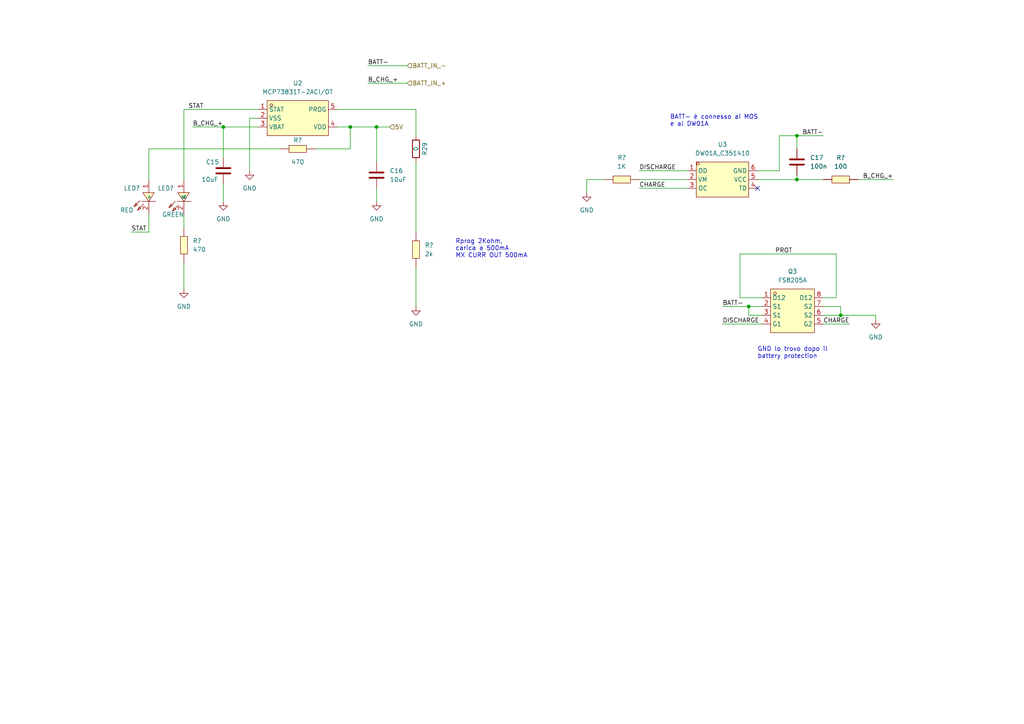
<source format=kicad_sch>
(kicad_sch (version 20250114) (generator "eeschema") (generator_version "9.0")
  (paper "A4")
  (lib_symbols
    (symbol "Device:C" (pin_numbers (hide yes)) (pin_names (offset 0.254))
      (property "Reference" "C" (at 0.635 2.54 0))
      (property "Value" "C" (at 0.635 -2.54 0))
      (symbol "C_0_1"
        (polyline (pts (xy -2.032 0.762) (xy 2.032 0.762)) (stroke (width 0.508)))
        (polyline (pts (xy -2.032 -0.762) (xy 2.032 -0.762)) (stroke (width 0.508)))
      )
      (symbol "C_1_1"
        (pin passive line (at 0 3.81 270) (length 2.794) (name "~") (number "1"))
        (pin passive line (at 0 -3.81 90) (length 2.794) (name "~") (number "2"))
      )
    )
    (symbol "Device:R" (pin_numbers (hide yes)) (pin_names (offset 0))
      (property "Reference" "R" (at 2.032 0 90))
      (property "Value" "R" (at 0 0 90))
      (symbol "R_0_1"
        (rectangle (start -1.016 -2.54) (end 1.016 2.54) (stroke (width 0.254)))
      )
      (symbol "R_1_1"
        (pin passive line (at 0 3.81 270) (length 1.27) (name "~") (number "1"))
        (pin passive line (at 0 -3.81 90) (length 1.27) (name "~") (number "2"))
      )
    )
    (symbol "PCM_4ms_Power-symbol:GND" (power) (pin_names (offset 0))
      (property "Value" "GND" (at 0 -3.81 0))
      (symbol "GND_0_1"
        (polyline (pts (xy 0 0) (xy 0 -1.27) (xy 1.27 -1.27) (xy 0 -2.54) (xy -1.27 -1.27) (xy 0 -1.27)))
      )
      (symbol "GND_1_1"
        (pin power_in line (at 0 0 270) (length 0) (hide yes) (name "GND") (number "1"))
      )
    )
    (symbol "jlcpcb_parts:0603WAF0000T5E" (pin_numbers (hide yes)) (pin_names (hide yes))
      (property "Reference" "R" (at 0 5.08 0))
      (property "Value" "0603WAF0000T5E" (at 0 -5.08 0))
      (symbol "0603WAF0000T5E_0_1"
        (rectangle (start -2.54 1.02) (end 2.54 -1.02) (fill (type background)))
        (pin input line (at -5.08 0 0) (length 2.54) (name "1") (number "1"))
        (pin input line (at 5.08 0 180) (length 2.54) (name "2") (number "2"))
      )
    )
    (symbol "jlcpcb_parts:0805G(Green)"
      (property "Reference" "LED" (at 0 5.08 0))
      (property "Value" "0805G (Green)" (at 0 -5.08 0))
      (symbol "0805G(Green)_0_1"
        (polyline (pts (xy -4.06 3.3) (xy -3.05 2.79) (xy -3.56 2.29) (xy -4.06 3.3)) (fill (type background)))
        (polyline (pts (xy -3.05 4.32) (xy -2.03 3.81) (xy -2.54 3.3) (xy -3.05 4.32)) (fill (type background)))
        (polyline (pts (xy -2.29 1.52) (xy -4.06 3.3)))
        (polyline (pts (xy -1.27 2.54) (xy -3.05 4.32)))
        (polyline (pts (xy -1.27 2.03) (xy -1.27 -2.03)))
        (polyline (pts (xy 1.27 -1.52) (xy -1.27 0) (xy 1.27 1.78) (xy 1.27 -1.52)) (fill (type background)))
        (pin unspecified line (at -5.08 0 0) (length 3.81) (name "K") (number "2"))
        (pin unspecified line (at 5.08 0 180) (length 3.81) (name "A") (number "1"))
      )
    )
    (symbol "jlcpcb_parts:DW01A_C351410"
      (property "Reference" "U" (at 0 7.62 0))
      (property "Value" "DW01A_C351410" (at 0 -7.62 0))
      (symbol "DW01A_C351410_0_1"
        (rectangle (start -7.62 5.08) (end 7.62 -5.08) (fill (type background)))
        (circle (center -7.11 4.57) (radius 0.38))
        (pin unspecified line (at -10.16 2.54 0) (length 2.54) (name "OD") (number "1"))
        (pin unspecified line (at -10.16 0 0) (length 2.54) (name "VM") (number "2"))
        (pin unspecified line (at -10.16 -2.54 0) (length 2.54) (name "OC") (number "3"))
        (pin unspecified line (at 10.16 2.54 180) (length 2.54) (name "GND") (number "6"))
        (pin unspecified line (at 10.16 0 180) (length 2.54) (name "VCC") (number "5"))
        (pin unspecified line (at 10.16 -2.54 180) (length 2.54) (name "TD") (number "4"))
      )
    )
    (symbol "jlcpcb_parts:FC-2012HRK-620D"
      (property "Reference" "LED8" (at 2.54 2.54 90))
      (property "Value" "RED" (at -3.81 4.445 90))
      (symbol "FC-2012HRK-620D_0_1"
        (polyline (pts (xy -3.81 3.3) (xy -2.79 2.79) (xy -3.3 2.29) (xy -3.81 3.3)) (fill (type background)))
        (polyline (pts (xy -2.79 4.32) (xy -1.78 3.81) (xy -2.29 3.3) (xy -2.79 4.32)) (fill (type background)))
        (polyline (pts (xy -2.03 1.52) (xy -3.81 3.3)))
        (polyline (pts (xy -1.27 2.03) (xy -1.27 -2.03)))
        (polyline (pts (xy -1.02 2.54) (xy -2.79 4.32)))
        (polyline (pts (xy 1.27 -1.52) (xy -1.27 0) (xy 1.27 1.78) (xy 1.27 -1.52)) (fill (type background)))
      )
      (symbol "FC-2012HRK-620D_1_1"
        (pin unspecified line (at -5.08 0 0) (length 3.81) (name "-") (number "2"))
        (pin unspecified line (at 5.08 0 180) (length 3.81) (name "+") (number "1"))
      )
    )
    (symbol "jlcpcb_parts:FS8205A"
      (property "Reference" "Q" (at 0 8.89 0))
      (property "Value" "FS8205A" (at 0 -8.89 0))
      (symbol "FS8205A_0_1"
        (rectangle (start -6.35 6.35) (end 6.35 -6.35) (fill (type background)))
        (circle (center -5.08 5.08) (radius 0.38))
        (pin unspecified line (at -8.89 3.81 0) (length 2.54) (name "D12") (number "1"))
        (pin unspecified line (at -8.89 1.27 0) (length 2.54) (name "S1") (number "2"))
        (pin unspecified line (at -8.89 -1.27 0) (length 2.54) (name "S1") (number "3"))
        (pin unspecified line (at -8.89 -3.81 0) (length 2.54) (name "G1") (number "4"))
        (pin unspecified line (at 8.89 3.81 180) (length 2.54) (name "D12") (number "8"))
        (pin unspecified line (at 8.89 1.27 180) (length 2.54) (name "S2") (number "7"))
        (pin unspecified line (at 8.89 -1.27 180) (length 2.54) (name "S2") (number "6"))
        (pin unspecified line (at 8.89 -3.81 180) (length 2.54) (name "G2") (number "5"))
      )
    )
    (symbol "jlcpcb_parts:MCP73831T-2ACI_OT"
      (property "Reference" "U" (at 0 7.62 0))
      (property "Value" "MCP73831T-2ACI/OT" (at 0 -7.62 0))
      (symbol "MCP73831T-2ACI_OT_0_1"
        (rectangle (start -8.89 5.08) (end 8.89 -5.08) (fill (type background)))
        (circle (center -7.62 3.81) (radius 0.38))
        (pin unspecified line (at -11.43 2.54 0) (length 2.54) (name "STAT") (number "1"))
        (pin unspecified line (at -11.43 0 0) (length 2.54) (name "VSS") (number "2"))
        (pin unspecified line (at -11.43 -2.54 0) (length 2.54) (name "VBAT") (number "3"))
        (pin unspecified line (at 11.43 2.54 180) (length 2.54) (name "PROG") (number "5"))
        (pin unspecified line (at 11.43 -2.54 180) (length 2.54) (name "VDD") (number "4"))
      )
    )
  )
  (text "Rprog 2Kohm, \ncarica a 500mA\nMX CURR OUT 500mA\n" (at 132.08 74.93 0) (effects (font (size 1.27 1.27)) (justify left bottom)))
  (text "GND lo trovo dopo il \nbattery protection" (at 219.71 104.14 0) (effects (font (size 1.27 1.27)) (justify left bottom)))
  (text "BATT- è connesso ai MOS\ne al DW01A\n" (at 194.31 36.83 0) (effects (font (size 1.27 1.27)) (justify left bottom)))
  (junction (at 231.14 39.37))
  (junction (at 101.6 36.83))
  (junction (at 109.22 36.83))
  (junction (at 64.77 36.83))
  (junction (at 217.17 88.9))
  (junction (at 243.84 91.44))
  (junction (at 231.14 52.07))
  (no_connect (at 219.71 54.61))
  (wire (pts (xy 214.63 86.36) (xy 214.63 73.66)))
  (wire (pts (xy 209.55 88.9) (xy 217.17 88.9)))
  (wire (pts (xy 175.26 52.07) (xy 170.18 52.07)))
  (wire (pts (xy 43.18 67.31) (xy 38.1 67.31)))
  (wire (pts (xy 53.34 76.2) (xy 53.34 83.82)))
  (wire (pts (xy 74.93 34.29) (xy 72.39 34.29)))
  (wire (pts (xy 43.18 43.18) (xy 43.18 52.07)))
  (wire (pts (xy 231.14 39.37) (xy 231.14 43.18)))
  (wire (pts (xy 64.77 36.83) (xy 74.93 36.83)))
  (wire (pts (xy 170.18 52.07) (xy 170.18 55.88)))
  (wire (pts (xy 185.42 52.07) (xy 199.39 52.07)))
  (wire (pts (xy 226.06 49.53) (xy 226.06 39.37)))
  (wire (pts (xy 53.34 31.75) (xy 53.34 52.07)))
  (wire (pts (xy 242.57 73.66) (xy 242.57 86.36)))
  (wire (pts (xy 64.77 36.83) (xy 64.77 45.72)))
  (wire (pts (xy 217.17 88.9) (xy 217.17 91.44)))
  (wire (pts (xy 214.63 73.66) (xy 242.57 73.66)))
  (wire (pts (xy 254 91.44) (xy 243.84 91.44)))
  (wire (pts (xy 238.76 91.44) (xy 243.84 91.44)))
  (wire (pts (xy 219.71 49.53) (xy 226.06 49.53)))
  (wire (pts (xy 109.22 36.83) (xy 113.03 36.83)))
  (wire (pts (xy 254 92.71) (xy 254 91.44)))
  (wire (pts (xy 53.34 31.75) (xy 74.93 31.75)))
  (wire (pts (xy 243.84 91.44) (xy 243.84 88.9)))
  (wire (pts (xy 231.14 50.8) (xy 231.14 52.07)))
  (wire (pts (xy 72.39 34.29) (xy 72.39 49.53)))
  (wire (pts (xy 64.77 53.34) (xy 64.77 58.42)))
  (wire (pts (xy 238.76 86.36) (xy 242.57 86.36)))
  (wire (pts (xy 217.17 91.44) (xy 220.98 91.44)))
  (wire (pts (xy 55.88 36.83) (xy 64.77 36.83)))
  (wire (pts (xy 120.65 31.75) (xy 120.65 39.37)))
  (wire (pts (xy 231.14 39.37) (xy 238.76 39.37)))
  (wire (pts (xy 97.79 31.75) (xy 120.65 31.75)))
  (wire (pts (xy 43.18 62.23) (xy 43.18 67.31)))
  (wire (pts (xy 109.22 36.83) (xy 101.6 36.83)))
  (wire (pts (xy 109.22 46.99) (xy 109.22 36.83)))
  (wire (pts (xy 106.68 24.13) (xy 118.11 24.13)))
  (wire (pts (xy 220.98 88.9) (xy 217.17 88.9)))
  (wire (pts (xy 106.68 19.05) (xy 118.11 19.05)))
  (wire (pts (xy 101.6 43.18) (xy 101.6 36.83)))
  (wire (pts (xy 185.42 49.53) (xy 199.39 49.53)))
  (wire (pts (xy 120.65 77.47) (xy 120.65 88.9)))
  (wire (pts (xy 238.76 93.98) (xy 246.38 93.98)))
  (wire (pts (xy 243.84 88.9) (xy 238.76 88.9)))
  (wire (pts (xy 53.34 62.23) (xy 53.34 66.04)))
  (wire (pts (xy 209.55 93.98) (xy 220.98 93.98)))
  (wire (pts (xy 219.71 52.07) (xy 231.14 52.07)))
  (wire (pts (xy 101.6 43.18) (xy 91.44 43.18)))
  (wire (pts (xy 185.42 54.61) (xy 199.39 54.61)))
  (wire (pts (xy 220.98 86.36) (xy 214.63 86.36)))
  (wire (pts (xy 97.79 36.83) (xy 101.6 36.83)))
  (wire (pts (xy 109.22 54.61) (xy 109.22 58.42)))
  (wire (pts (xy 259.08 52.07) (xy 248.92 52.07)))
  (wire (pts (xy 43.18 43.18) (xy 81.28 43.18)))
  (wire (pts (xy 226.06 39.37) (xy 231.14 39.37)))
  (wire (pts (xy 120.65 46.99) (xy 120.65 67.31)))
  (wire (pts (xy 231.14 52.07) (xy 238.76 52.07)))
  (label "STAT" (at 54.61 31.75 0))
  (label "B_CHG_+" (at 259.08 52.07 180))
  (label "BATT-" (at 106.68 19.05 0))
  (label "CHARGE" (at 185.42 54.61 0))
  (label "STAT" (at 38.1 67.31 0))
  (label "B_CHG_+" (at 55.88 36.83 0))
  (label "CHARGE" (at 246.38 93.98 180))
  (label "DISCHARGE" (at 209.55 93.98 0))
  (label "BATT-" (at 238.76 39.37 180))
  (label "B_CHG_+" (at 106.68 24.13 0))
  (label "BATT-" (at 209.55 88.9 0))
  (label "PROT" (at 224.79 73.66 0))
  (label "DISCHARGE" (at 185.42 49.53 0))
  (hierarchical_label "BATT_IN_+" (shape input) (at 118.11 24.13 0))
  (hierarchical_label "5V" (shape input) (at 113.03 36.83 0))
  (hierarchical_label "BATT_IN_-" (shape input) (at 118.11 19.05 0))
  (symbol (lib_id "PCM_4ms_Power-symbol:GND") (at 254 92.71 0) (unit 1)
    (property "Reference" "#PWR026" (effects (hide yes)))
    (property "Value" "GND" (at 254 97.79 0))
  )
  (symbol (lib_id "jlcpcb_parts:FS8205A") (at 229.87 90.17 0) (unit 1)
    (property "Reference" "Q3" (at 229.87 78.74 0))
    (property "Value" "FS8205A" (at 229.87 81.28 0))
    (property "Footprint" "jlcpcb_parts:TSSOP-8_L4.4-W3.0-P0.65-LS6.4-BL-2" (effects (hide yes)))
    (property "Datasheet" "https://lcsc.com/product-detail/MOSFET_FS8205A_C16052.html" (effects (hide yes)))
    (property "LCSC Part" "C16052" (effects (hide yes)))
  )
  (symbol (lib_id "Device:C") (at 231.14 46.99 0) (unit 1)
    (property "Reference" "C17" (at 234.95 45.72 0) (effects (justify left)))
    (property "Value" "100n" (at 234.95 48.26 0) (effects (justify left)))
    (property "Footprint" "easyeda2kicad:C0603" (effects (hide yes)))
    (property "LSCS part" "C14663" (effects (hide yes)))
    (instances (project "aives_touch_sense_v1" (path "" (reference "C17") (unit 1))) (project "SeatracAir" (path "" (reference "C?") (unit 1)) (path "" (reference "C?") (unit 1))) (project "aives_touch_sense_v1" (path "" (reference "C17") (unit 1))))
  )
  (symbol (lib_id "jlcpcb_parts:FC-2012HRK-620D") (at 43.18 57.15 90) (unit 1)
    (property "Reference" "LED?" (at 40.64 54.61 90) (effects (justify left)))
    (property "Value" "RED" (at 38.735 60.96 90) (effects (justify left)))
    (property "Footprint" "jlcpcb_parts:LED0805-R-RD" (effects (hide yes)))
    (property "Datasheet" "https://lcsc.com/product-detail/Light-Emitting-Diodes-LED_Red-LED-SMDLED-80-180mcd_C84256.html" (effects (hide yes)))
    (property "LCSC Part" "C84256" (effects (hide yes)))
    (instances (project "aives_touch_sense_v1" (path "" (reference "LED?") (unit 1)) (path "" (reference "LED?") (unit 1)) (path "" (reference "LED8") (unit 1))) (project "aives_touch_sense_v1" (path "" (reference "LED?") (unit 1))) (project "codingict-isparkboard" (path "" (reference "LED?") (unit 1))))
  )
  (symbol (lib_id "jlcpcb_parts:DW01A_C351410") (at 209.55 52.07 0) (unit 1)
    (property "Reference" "U3" (at 209.55 41.91 0))
    (property "Value" "DW01A_C351410" (at 209.55 44.45 0))
    (property "Footprint" "jlcpcb_parts:SOT-23-6_L2.9-W1.6-P0.95-LS2.8-BL" (effects (hide yes)))
    (property "Datasheet" "https://lcsc.com/product-detail/Others_PUOLOP-DW01_C351410.html" (effects (hide yes)))
    (property "LCSC Part" "C351410" (effects (hide yes)))
  )
  (symbol (lib_id "PCM_4ms_Power-symbol:GND") (at 64.77 58.42 0) (unit 1)
    (property "Reference" "#PWR021" (effects (hide yes)))
    (property "Value" "GND" (at 64.77 63.5 0))
  )
  (symbol (lib_id "PCM_4ms_Power-symbol:GND") (at 72.39 49.53 0) (unit 1)
    (property "Reference" "#PWR022" (effects (hide yes)))
    (property "Value" "GND" (at 72.39 54.61 0))
  )
  (symbol (lib_id "Device:C") (at 64.77 49.53 0) (unit 1)
    (property "Reference" "C15" (at 59.69 46.99 0) (effects (justify left)))
    (property "Value" "10uF" (at 58.42 52.07 0) (effects (justify left)))
    (property "Footprint" "easyeda2kicad:C0603" (effects (hide yes)))
    (instances (project "aives_touch_sense_v1" (path "" (reference "C15") (unit 1))) (project "SeatracAir" (path "" (reference "C?") (unit 1))) (project "aives_touch_sense_v1" (path "" (reference "C15") (unit 1))))
  )
  (symbol (lib_id "jlcpcb_parts:0603WAF0000T5E") (at 120.65 72.39 270) (unit 1)
    (property "Reference" "R?" (at 123.19 71.12 90) (effects (justify left)))
    (property "Value" "2k" (at 123.19 73.66 90) (effects (justify left)))
    (property "Footprint" "jlcpcb_parts:R0603" (effects (hide yes)))
    (instances (project "aives_touch_sense_v1" (path "" (reference "R?") (unit 1)) (path "" (reference "R?") (unit 1)) (path "" (reference "R?") (unit 1)) (path "" (reference "Rprog1") (unit 1)) (path "" (reference "R?") (unit 1))) (project "aives_touch_sense_v1" (path "" (reference "R?") (unit 1))))
  )
  (symbol (lib_id "jlcpcb_parts:MCP73831T-2ACI_OT") (at 86.36 34.29 0) (unit 1)
    (property "Reference" "U2" (at 86.36 24.13 0))
    (property "Value" "MCP73831T-2ACI/OT" (at 86.36 26.67 0))
    (property "Footprint" "jlcpcb_parts:SOT-23-5_L3.0-W1.7-P0.95-LS2.8-BL" (effects (hide yes)))
    (property "Datasheet" "https://lcsc.com/product-detail/PMIC-Battery-Management_Microchip-Tech-MCP73831T-2ACI-OT_C424093.html" (effects (hide yes)))
    (property "LCSC Part" "C424093" (effects (hide yes)))
  )
  (symbol (lib_id "PCM_4ms_Power-symbol:GND") (at 109.22 58.42 0) (unit 1)
    (property "Reference" "#PWR023" (effects (hide yes)))
    (property "Value" "GND" (at 109.22 63.5 0))
  )
  (symbol (lib_id "PCM_4ms_Power-symbol:GND") (at 120.65 88.9 0) (unit 1)
    (property "Reference" "#PWR024" (effects (hide yes)))
    (property "Value" "GND" (at 120.65 93.98 0))
  )
  (symbol (lib_id "Device:R") (at 120.65 43.18 0) (unit 1)
    (property "Reference" "R29" (at 123.19 43.18 90))
    (property "Value" "0" (at 120.65 43.18 90))
    (property "Footprint" "easyeda2kicad:R0603" (effects (hide yes)))
    (property "LCSC Part" "C21189" (effects (hide yes)))
    (instances (project "aives_touch_sense_v1" (path "" (reference "R29") (unit 1)) (path "" (reference "R57") (unit 1))) (project "SeatracAir" (path "" (reference "R?") (unit 1))) (project "aives_touch_sense_v1" (path "" (reference "R29") (unit 1))) (project "codingict-isparkboard" (path "" (reference "R?") (unit 1)) (path "" (reference "R?") (unit 1))))
  )
  (symbol (lib_id "Device:C") (at 109.22 50.8 0) (unit 1)
    (property "Reference" "C16" (at 113.03 49.53 0) (effects (justify left)))
    (property "Value" "10uF" (at 113.03 52.07 0) (effects (justify left)))
    (property "Footprint" "easyeda2kicad:C0603" (effects (hide yes)))
    (instances (project "aives_touch_sense_v1" (path "" (reference "C16") (unit 1))) (project "SeatracAir" (path "" (reference "C?") (unit 1))) (project "aives_touch_sense_v1" (path "" (reference "C16") (unit 1))))
  )
  (symbol (lib_id "jlcpcb_parts:0603WAF0000T5E") (at 86.36 43.18 0) (mirror y) (unit 1)
    (property "Reference" "R?" (at 86.36 40.64 0))
    (property "Value" "470" (at 86.36 46.99 0))
    (property "Footprint" "jlcpcb_parts:R0603" (effects (hide yes)))
    (instances (project "aives_touch_sense_v1" (path "" (reference "R?") (unit 1)) (path "" (reference "R?") (unit 1)) (path "" (reference "R?") (unit 1)) (path "" (reference "R33") (unit 1)) (path "" (reference "R?") (unit 1))) (project "aives_touch_sense_v1" (path "" (reference "R?") (unit 1))))
  )
  (symbol (lib_id "PCM_4ms_Power-symbol:GND") (at 53.34 83.82 0) (unit 1)
    (property "Reference" "#PWR020" (effects (hide yes)))
    (property "Value" "GND" (at 53.34 88.9 0))
  )
  (symbol (lib_id "jlcpcb_parts:0603WAF0000T5E") (at 53.34 71.12 90) (unit 1)
    (property "Reference" "R?" (at 55.88 69.85 90) (effects (justify right)))
    (property "Value" "470" (at 55.88 72.39 90) (effects (justify right)))
    (property "Footprint" "jlcpcb_parts:R0603" (effects (hide yes)))
    (instances (project "aives_touch_sense_v1" (path "" (reference "R?") (unit 1)) (path "" (reference "R?") (unit 1)) (path "" (reference "R?") (unit 1)) (path "" (reference "R32") (unit 1)) (path "" (reference "R?") (unit 1))) (project "aives_touch_sense_v1" (path "" (reference "R?") (unit 1))))
  )
  (symbol (lib_id "jlcpcb_parts:0603WAF0000T5E") (at 243.84 52.07 180) (unit 1)
    (property "Reference" "R?" (at 243.84 45.72 0))
    (property "Value" "100" (at 243.84 48.26 0))
    (property "Footprint" "jlcpcb_parts:R0603" (effects (hide yes)))
    (instances (project "aives_touch_sense_v1" (path "" (reference "R?") (unit 1)) (path "" (reference "R?") (unit 1)) (path "" (reference "R?") (unit 1)) (path "" (reference "R35") (unit 1)) (path "" (reference "R?") (unit 1))) (project "aives_touch_sense_v1" (path "" (reference "R?") (unit 1))))
  )
  (symbol (lib_id "jlcpcb_parts:0603WAF0000T5E") (at 180.34 52.07 180) (unit 1)
    (property "Reference" "R?" (at 180.34 45.72 0))
    (property "Value" "1K" (at 180.34 48.26 0))
    (property "Footprint" "jlcpcb_parts:R0603" (effects (hide yes)))
    (instances (project "aives_touch_sense_v1" (path "" (reference "R?") (unit 1)) (path "" (reference "R?") (unit 1)) (path "" (reference "R?") (unit 1)) (path "" (reference "R34") (unit 1)) (path "" (reference "R?") (unit 1))) (project "aives_touch_sense_v1" (path "" (reference "R?") (unit 1))))
  )
  (symbol (lib_id "PCM_4ms_Power-symbol:GND") (at 170.18 55.88 0) (unit 1)
    (property "Reference" "#PWR025" (effects (hide yes)))
    (property "Value" "GND" (at 170.18 60.96 0))
  )
  (symbol (lib_id "jlcpcb_parts:0805G(Green)") (at 53.34 57.15 90) (unit 1)
    (property "Reference" "LED?" (at 45.72 54.61 90) (effects (justify right)))
    (property "Value" "GREEN" (at 46.99 62.23 90) (effects (justify right)))
    (property "Footprint" "jlcpcb_parts:LED0805-R-RD" (effects (hide yes)))
    (property "Datasheet" "https://lcsc.com/product-detail/Light-Emitting-Diodes-LED_Green-0805-Highlighted_C2297.html" (effects (hide yes)))
    (property "LCSC Part" "C2297" (effects (hide yes)))
    (instances (project "aives_touch_sense_v1" (path "" (reference "LED?") (unit 1)) (path "" (reference "LED?") (unit 1)) (path "" (reference "LED9") (unit 1))) (project "aives_touch_sense_v1" (path "" (reference "LED?") (unit 1))) (project "codingict-isparkboard" (path "" (reference "LED?") (unit 1)) (path "" (reference "LED?") (unit 1))))
  )
)
</source>
